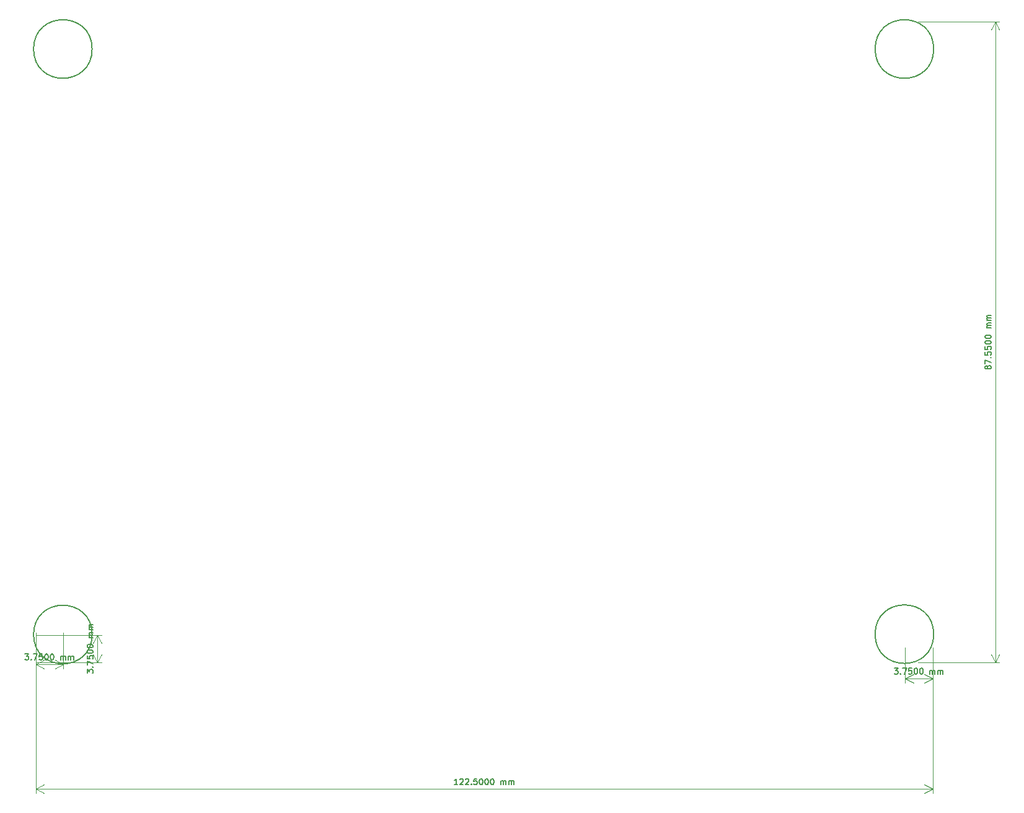
<source format=gbr>
%TF.GenerationSoftware,KiCad,Pcbnew,7.0.5-7.0.5~ubuntu20.04.1*%
%TF.CreationDate,2023-06-23T08:30:10+02:00*%
%TF.ProjectId,ControllerCircuit,436f6e74-726f-46c6-9c65-724369726375,rev?*%
%TF.SameCoordinates,Original*%
%TF.FileFunction,Other,Comment*%
%FSLAX46Y46*%
G04 Gerber Fmt 4.6, Leading zero omitted, Abs format (unit mm)*
G04 Created by KiCad (PCBNEW 7.0.5-7.0.5~ubuntu20.04.1) date 2023-06-23 08:30:10*
%MOMM*%
%LPD*%
G01*
G04 APERTURE LIST*
%ADD10C,0.150000*%
%ADD11C,0.120000*%
G04 APERTURE END LIST*
D10*
X117272618Y-812295D02*
X117767856Y-812295D01*
X117767856Y-812295D02*
X117501190Y-1117057D01*
X117501190Y-1117057D02*
X117615475Y-1117057D01*
X117615475Y-1117057D02*
X117691666Y-1155152D01*
X117691666Y-1155152D02*
X117729761Y-1193247D01*
X117729761Y-1193247D02*
X117767856Y-1269438D01*
X117767856Y-1269438D02*
X117767856Y-1459914D01*
X117767856Y-1459914D02*
X117729761Y-1536104D01*
X117729761Y-1536104D02*
X117691666Y-1574200D01*
X117691666Y-1574200D02*
X117615475Y-1612295D01*
X117615475Y-1612295D02*
X117386904Y-1612295D01*
X117386904Y-1612295D02*
X117310713Y-1574200D01*
X117310713Y-1574200D02*
X117272618Y-1536104D01*
X118110714Y-1536104D02*
X118148809Y-1574200D01*
X118148809Y-1574200D02*
X118110714Y-1612295D01*
X118110714Y-1612295D02*
X118072618Y-1574200D01*
X118072618Y-1574200D02*
X118110714Y-1536104D01*
X118110714Y-1536104D02*
X118110714Y-1612295D01*
X118415475Y-812295D02*
X118948809Y-812295D01*
X118948809Y-812295D02*
X118605951Y-1612295D01*
X119634523Y-812295D02*
X119253571Y-812295D01*
X119253571Y-812295D02*
X119215475Y-1193247D01*
X119215475Y-1193247D02*
X119253571Y-1155152D01*
X119253571Y-1155152D02*
X119329761Y-1117057D01*
X119329761Y-1117057D02*
X119520237Y-1117057D01*
X119520237Y-1117057D02*
X119596428Y-1155152D01*
X119596428Y-1155152D02*
X119634523Y-1193247D01*
X119634523Y-1193247D02*
X119672618Y-1269438D01*
X119672618Y-1269438D02*
X119672618Y-1459914D01*
X119672618Y-1459914D02*
X119634523Y-1536104D01*
X119634523Y-1536104D02*
X119596428Y-1574200D01*
X119596428Y-1574200D02*
X119520237Y-1612295D01*
X119520237Y-1612295D02*
X119329761Y-1612295D01*
X119329761Y-1612295D02*
X119253571Y-1574200D01*
X119253571Y-1574200D02*
X119215475Y-1536104D01*
X120167857Y-812295D02*
X120244047Y-812295D01*
X120244047Y-812295D02*
X120320238Y-850390D01*
X120320238Y-850390D02*
X120358333Y-888485D01*
X120358333Y-888485D02*
X120396428Y-964676D01*
X120396428Y-964676D02*
X120434523Y-1117057D01*
X120434523Y-1117057D02*
X120434523Y-1307533D01*
X120434523Y-1307533D02*
X120396428Y-1459914D01*
X120396428Y-1459914D02*
X120358333Y-1536104D01*
X120358333Y-1536104D02*
X120320238Y-1574200D01*
X120320238Y-1574200D02*
X120244047Y-1612295D01*
X120244047Y-1612295D02*
X120167857Y-1612295D01*
X120167857Y-1612295D02*
X120091666Y-1574200D01*
X120091666Y-1574200D02*
X120053571Y-1536104D01*
X120053571Y-1536104D02*
X120015476Y-1459914D01*
X120015476Y-1459914D02*
X119977380Y-1307533D01*
X119977380Y-1307533D02*
X119977380Y-1117057D01*
X119977380Y-1117057D02*
X120015476Y-964676D01*
X120015476Y-964676D02*
X120053571Y-888485D01*
X120053571Y-888485D02*
X120091666Y-850390D01*
X120091666Y-850390D02*
X120167857Y-812295D01*
X120929762Y-812295D02*
X121005952Y-812295D01*
X121005952Y-812295D02*
X121082143Y-850390D01*
X121082143Y-850390D02*
X121120238Y-888485D01*
X121120238Y-888485D02*
X121158333Y-964676D01*
X121158333Y-964676D02*
X121196428Y-1117057D01*
X121196428Y-1117057D02*
X121196428Y-1307533D01*
X121196428Y-1307533D02*
X121158333Y-1459914D01*
X121158333Y-1459914D02*
X121120238Y-1536104D01*
X121120238Y-1536104D02*
X121082143Y-1574200D01*
X121082143Y-1574200D02*
X121005952Y-1612295D01*
X121005952Y-1612295D02*
X120929762Y-1612295D01*
X120929762Y-1612295D02*
X120853571Y-1574200D01*
X120853571Y-1574200D02*
X120815476Y-1536104D01*
X120815476Y-1536104D02*
X120777381Y-1459914D01*
X120777381Y-1459914D02*
X120739285Y-1307533D01*
X120739285Y-1307533D02*
X120739285Y-1117057D01*
X120739285Y-1117057D02*
X120777381Y-964676D01*
X120777381Y-964676D02*
X120815476Y-888485D01*
X120815476Y-888485D02*
X120853571Y-850390D01*
X120853571Y-850390D02*
X120929762Y-812295D01*
X122148810Y-1612295D02*
X122148810Y-1078961D01*
X122148810Y-1155152D02*
X122186905Y-1117057D01*
X122186905Y-1117057D02*
X122263095Y-1078961D01*
X122263095Y-1078961D02*
X122377381Y-1078961D01*
X122377381Y-1078961D02*
X122453572Y-1117057D01*
X122453572Y-1117057D02*
X122491667Y-1193247D01*
X122491667Y-1193247D02*
X122491667Y-1612295D01*
X122491667Y-1193247D02*
X122529762Y-1117057D01*
X122529762Y-1117057D02*
X122605953Y-1078961D01*
X122605953Y-1078961D02*
X122720238Y-1078961D01*
X122720238Y-1078961D02*
X122796429Y-1117057D01*
X122796429Y-1117057D02*
X122834524Y-1193247D01*
X122834524Y-1193247D02*
X122834524Y-1612295D01*
X123215477Y-1612295D02*
X123215477Y-1078961D01*
X123215477Y-1155152D02*
X123253572Y-1117057D01*
X123253572Y-1117057D02*
X123329762Y-1078961D01*
X123329762Y-1078961D02*
X123444048Y-1078961D01*
X123444048Y-1078961D02*
X123520239Y-1117057D01*
X123520239Y-1117057D02*
X123558334Y-1193247D01*
X123558334Y-1193247D02*
X123558334Y-1612295D01*
X123558334Y-1193247D02*
X123596429Y-1117057D01*
X123596429Y-1117057D02*
X123672620Y-1078961D01*
X123672620Y-1078961D02*
X123786905Y-1078961D01*
X123786905Y-1078961D02*
X123863096Y-1117057D01*
X123863096Y-1117057D02*
X123901191Y-1193247D01*
X123901191Y-1193247D02*
X123901191Y-1612295D01*
D11*
X118750000Y2000000D02*
X118750000Y-2786420D01*
X122500000Y2000000D02*
X122500000Y-2786420D01*
X118750000Y-2200000D02*
X122500000Y-2200000D01*
X118750000Y-2200000D02*
X122500000Y-2200000D01*
X118750000Y-2200000D02*
X119876504Y-1613579D01*
X118750000Y-2200000D02*
X119876504Y-2786421D01*
X122500000Y-2200000D02*
X121373496Y-2786421D01*
X122500000Y-2200000D02*
X121373496Y-1613579D01*
D10*
X130005152Y40232142D02*
X129967057Y40155952D01*
X129967057Y40155952D02*
X129928961Y40117857D01*
X129928961Y40117857D02*
X129852771Y40079761D01*
X129852771Y40079761D02*
X129814676Y40079761D01*
X129814676Y40079761D02*
X129738485Y40117857D01*
X129738485Y40117857D02*
X129700390Y40155952D01*
X129700390Y40155952D02*
X129662295Y40232142D01*
X129662295Y40232142D02*
X129662295Y40384523D01*
X129662295Y40384523D02*
X129700390Y40460714D01*
X129700390Y40460714D02*
X129738485Y40498809D01*
X129738485Y40498809D02*
X129814676Y40536904D01*
X129814676Y40536904D02*
X129852771Y40536904D01*
X129852771Y40536904D02*
X129928961Y40498809D01*
X129928961Y40498809D02*
X129967057Y40460714D01*
X129967057Y40460714D02*
X130005152Y40384523D01*
X130005152Y40384523D02*
X130005152Y40232142D01*
X130005152Y40232142D02*
X130043247Y40155952D01*
X130043247Y40155952D02*
X130081342Y40117857D01*
X130081342Y40117857D02*
X130157533Y40079761D01*
X130157533Y40079761D02*
X130309914Y40079761D01*
X130309914Y40079761D02*
X130386104Y40117857D01*
X130386104Y40117857D02*
X130424200Y40155952D01*
X130424200Y40155952D02*
X130462295Y40232142D01*
X130462295Y40232142D02*
X130462295Y40384523D01*
X130462295Y40384523D02*
X130424200Y40460714D01*
X130424200Y40460714D02*
X130386104Y40498809D01*
X130386104Y40498809D02*
X130309914Y40536904D01*
X130309914Y40536904D02*
X130157533Y40536904D01*
X130157533Y40536904D02*
X130081342Y40498809D01*
X130081342Y40498809D02*
X130043247Y40460714D01*
X130043247Y40460714D02*
X130005152Y40384523D01*
X129662295Y40803571D02*
X129662295Y41336905D01*
X129662295Y41336905D02*
X130462295Y40994047D01*
X130386104Y41641667D02*
X130424200Y41679762D01*
X130424200Y41679762D02*
X130462295Y41641667D01*
X130462295Y41641667D02*
X130424200Y41603571D01*
X130424200Y41603571D02*
X130386104Y41641667D01*
X130386104Y41641667D02*
X130462295Y41641667D01*
X129662295Y42403571D02*
X129662295Y42022619D01*
X129662295Y42022619D02*
X130043247Y41984523D01*
X130043247Y41984523D02*
X130005152Y42022619D01*
X130005152Y42022619D02*
X129967057Y42098809D01*
X129967057Y42098809D02*
X129967057Y42289285D01*
X129967057Y42289285D02*
X130005152Y42365476D01*
X130005152Y42365476D02*
X130043247Y42403571D01*
X130043247Y42403571D02*
X130119438Y42441666D01*
X130119438Y42441666D02*
X130309914Y42441666D01*
X130309914Y42441666D02*
X130386104Y42403571D01*
X130386104Y42403571D02*
X130424200Y42365476D01*
X130424200Y42365476D02*
X130462295Y42289285D01*
X130462295Y42289285D02*
X130462295Y42098809D01*
X130462295Y42098809D02*
X130424200Y42022619D01*
X130424200Y42022619D02*
X130386104Y41984523D01*
X129662295Y43165476D02*
X129662295Y42784524D01*
X129662295Y42784524D02*
X130043247Y42746428D01*
X130043247Y42746428D02*
X130005152Y42784524D01*
X130005152Y42784524D02*
X129967057Y42860714D01*
X129967057Y42860714D02*
X129967057Y43051190D01*
X129967057Y43051190D02*
X130005152Y43127381D01*
X130005152Y43127381D02*
X130043247Y43165476D01*
X130043247Y43165476D02*
X130119438Y43203571D01*
X130119438Y43203571D02*
X130309914Y43203571D01*
X130309914Y43203571D02*
X130386104Y43165476D01*
X130386104Y43165476D02*
X130424200Y43127381D01*
X130424200Y43127381D02*
X130462295Y43051190D01*
X130462295Y43051190D02*
X130462295Y42860714D01*
X130462295Y42860714D02*
X130424200Y42784524D01*
X130424200Y42784524D02*
X130386104Y42746428D01*
X129662295Y43698810D02*
X129662295Y43775000D01*
X129662295Y43775000D02*
X129700390Y43851191D01*
X129700390Y43851191D02*
X129738485Y43889286D01*
X129738485Y43889286D02*
X129814676Y43927381D01*
X129814676Y43927381D02*
X129967057Y43965476D01*
X129967057Y43965476D02*
X130157533Y43965476D01*
X130157533Y43965476D02*
X130309914Y43927381D01*
X130309914Y43927381D02*
X130386104Y43889286D01*
X130386104Y43889286D02*
X130424200Y43851191D01*
X130424200Y43851191D02*
X130462295Y43775000D01*
X130462295Y43775000D02*
X130462295Y43698810D01*
X130462295Y43698810D02*
X130424200Y43622619D01*
X130424200Y43622619D02*
X130386104Y43584524D01*
X130386104Y43584524D02*
X130309914Y43546429D01*
X130309914Y43546429D02*
X130157533Y43508333D01*
X130157533Y43508333D02*
X129967057Y43508333D01*
X129967057Y43508333D02*
X129814676Y43546429D01*
X129814676Y43546429D02*
X129738485Y43584524D01*
X129738485Y43584524D02*
X129700390Y43622619D01*
X129700390Y43622619D02*
X129662295Y43698810D01*
X129662295Y44460715D02*
X129662295Y44536905D01*
X129662295Y44536905D02*
X129700390Y44613096D01*
X129700390Y44613096D02*
X129738485Y44651191D01*
X129738485Y44651191D02*
X129814676Y44689286D01*
X129814676Y44689286D02*
X129967057Y44727381D01*
X129967057Y44727381D02*
X130157533Y44727381D01*
X130157533Y44727381D02*
X130309914Y44689286D01*
X130309914Y44689286D02*
X130386104Y44651191D01*
X130386104Y44651191D02*
X130424200Y44613096D01*
X130424200Y44613096D02*
X130462295Y44536905D01*
X130462295Y44536905D02*
X130462295Y44460715D01*
X130462295Y44460715D02*
X130424200Y44384524D01*
X130424200Y44384524D02*
X130386104Y44346429D01*
X130386104Y44346429D02*
X130309914Y44308334D01*
X130309914Y44308334D02*
X130157533Y44270238D01*
X130157533Y44270238D02*
X129967057Y44270238D01*
X129967057Y44270238D02*
X129814676Y44308334D01*
X129814676Y44308334D02*
X129738485Y44346429D01*
X129738485Y44346429D02*
X129700390Y44384524D01*
X129700390Y44384524D02*
X129662295Y44460715D01*
X130462295Y45679763D02*
X129928961Y45679763D01*
X130005152Y45679763D02*
X129967057Y45717858D01*
X129967057Y45717858D02*
X129928961Y45794048D01*
X129928961Y45794048D02*
X129928961Y45908334D01*
X129928961Y45908334D02*
X129967057Y45984525D01*
X129967057Y45984525D02*
X130043247Y46022620D01*
X130043247Y46022620D02*
X130462295Y46022620D01*
X130043247Y46022620D02*
X129967057Y46060715D01*
X129967057Y46060715D02*
X129928961Y46136906D01*
X129928961Y46136906D02*
X129928961Y46251191D01*
X129928961Y46251191D02*
X129967057Y46327382D01*
X129967057Y46327382D02*
X130043247Y46365477D01*
X130043247Y46365477D02*
X130462295Y46365477D01*
X130462295Y46746430D02*
X129928961Y46746430D01*
X130005152Y46746430D02*
X129967057Y46784525D01*
X129967057Y46784525D02*
X129928961Y46860715D01*
X129928961Y46860715D02*
X129928961Y46975001D01*
X129928961Y46975001D02*
X129967057Y47051192D01*
X129967057Y47051192D02*
X130043247Y47089287D01*
X130043247Y47089287D02*
X130462295Y47089287D01*
X130043247Y47089287D02*
X129967057Y47127382D01*
X129967057Y47127382D02*
X129928961Y47203573D01*
X129928961Y47203573D02*
X129928961Y47317858D01*
X129928961Y47317858D02*
X129967057Y47394049D01*
X129967057Y47394049D02*
X130043247Y47432144D01*
X130043247Y47432144D02*
X130462295Y47432144D01*
D11*
X120500000Y87550000D02*
X131636420Y87550000D01*
X120500000Y0D02*
X131636420Y0D01*
X131050000Y87550000D02*
X131050000Y0D01*
X131050000Y87550000D02*
X131050000Y0D01*
X131050000Y87550000D02*
X131636421Y86423496D01*
X131050000Y87550000D02*
X130463579Y86423496D01*
X131050000Y0D02*
X130463579Y1126504D01*
X131050000Y0D02*
X131636421Y1126504D01*
D10*
X-1477382Y1137705D02*
X-982144Y1137705D01*
X-982144Y1137705D02*
X-1248810Y832943D01*
X-1248810Y832943D02*
X-1134525Y832943D01*
X-1134525Y832943D02*
X-1058334Y794848D01*
X-1058334Y794848D02*
X-1020239Y756753D01*
X-1020239Y756753D02*
X-982144Y680562D01*
X-982144Y680562D02*
X-982144Y490086D01*
X-982144Y490086D02*
X-1020239Y413896D01*
X-1020239Y413896D02*
X-1058334Y375800D01*
X-1058334Y375800D02*
X-1134525Y337705D01*
X-1134525Y337705D02*
X-1363096Y337705D01*
X-1363096Y337705D02*
X-1439287Y375800D01*
X-1439287Y375800D02*
X-1477382Y413896D01*
X-639286Y413896D02*
X-601191Y375800D01*
X-601191Y375800D02*
X-639286Y337705D01*
X-639286Y337705D02*
X-677382Y375800D01*
X-677382Y375800D02*
X-639286Y413896D01*
X-639286Y413896D02*
X-639286Y337705D01*
X-334525Y1137705D02*
X198809Y1137705D01*
X198809Y1137705D02*
X-144049Y337705D01*
X884523Y1137705D02*
X503571Y1137705D01*
X503571Y1137705D02*
X465475Y756753D01*
X465475Y756753D02*
X503571Y794848D01*
X503571Y794848D02*
X579761Y832943D01*
X579761Y832943D02*
X770237Y832943D01*
X770237Y832943D02*
X846428Y794848D01*
X846428Y794848D02*
X884523Y756753D01*
X884523Y756753D02*
X922618Y680562D01*
X922618Y680562D02*
X922618Y490086D01*
X922618Y490086D02*
X884523Y413896D01*
X884523Y413896D02*
X846428Y375800D01*
X846428Y375800D02*
X770237Y337705D01*
X770237Y337705D02*
X579761Y337705D01*
X579761Y337705D02*
X503571Y375800D01*
X503571Y375800D02*
X465475Y413896D01*
X1417857Y1137705D02*
X1494047Y1137705D01*
X1494047Y1137705D02*
X1570238Y1099610D01*
X1570238Y1099610D02*
X1608333Y1061515D01*
X1608333Y1061515D02*
X1646428Y985324D01*
X1646428Y985324D02*
X1684523Y832943D01*
X1684523Y832943D02*
X1684523Y642467D01*
X1684523Y642467D02*
X1646428Y490086D01*
X1646428Y490086D02*
X1608333Y413896D01*
X1608333Y413896D02*
X1570238Y375800D01*
X1570238Y375800D02*
X1494047Y337705D01*
X1494047Y337705D02*
X1417857Y337705D01*
X1417857Y337705D02*
X1341666Y375800D01*
X1341666Y375800D02*
X1303571Y413896D01*
X1303571Y413896D02*
X1265476Y490086D01*
X1265476Y490086D02*
X1227380Y642467D01*
X1227380Y642467D02*
X1227380Y832943D01*
X1227380Y832943D02*
X1265476Y985324D01*
X1265476Y985324D02*
X1303571Y1061515D01*
X1303571Y1061515D02*
X1341666Y1099610D01*
X1341666Y1099610D02*
X1417857Y1137705D01*
X2179762Y1137705D02*
X2255952Y1137705D01*
X2255952Y1137705D02*
X2332143Y1099610D01*
X2332143Y1099610D02*
X2370238Y1061515D01*
X2370238Y1061515D02*
X2408333Y985324D01*
X2408333Y985324D02*
X2446428Y832943D01*
X2446428Y832943D02*
X2446428Y642467D01*
X2446428Y642467D02*
X2408333Y490086D01*
X2408333Y490086D02*
X2370238Y413896D01*
X2370238Y413896D02*
X2332143Y375800D01*
X2332143Y375800D02*
X2255952Y337705D01*
X2255952Y337705D02*
X2179762Y337705D01*
X2179762Y337705D02*
X2103571Y375800D01*
X2103571Y375800D02*
X2065476Y413896D01*
X2065476Y413896D02*
X2027381Y490086D01*
X2027381Y490086D02*
X1989285Y642467D01*
X1989285Y642467D02*
X1989285Y832943D01*
X1989285Y832943D02*
X2027381Y985324D01*
X2027381Y985324D02*
X2065476Y1061515D01*
X2065476Y1061515D02*
X2103571Y1099610D01*
X2103571Y1099610D02*
X2179762Y1137705D01*
X3398810Y337705D02*
X3398810Y871039D01*
X3398810Y794848D02*
X3436905Y832943D01*
X3436905Y832943D02*
X3513095Y871039D01*
X3513095Y871039D02*
X3627381Y871039D01*
X3627381Y871039D02*
X3703572Y832943D01*
X3703572Y832943D02*
X3741667Y756753D01*
X3741667Y756753D02*
X3741667Y337705D01*
X3741667Y756753D02*
X3779762Y832943D01*
X3779762Y832943D02*
X3855953Y871039D01*
X3855953Y871039D02*
X3970238Y871039D01*
X3970238Y871039D02*
X4046429Y832943D01*
X4046429Y832943D02*
X4084524Y756753D01*
X4084524Y756753D02*
X4084524Y337705D01*
X4465477Y337705D02*
X4465477Y871039D01*
X4465477Y794848D02*
X4503572Y832943D01*
X4503572Y832943D02*
X4579762Y871039D01*
X4579762Y871039D02*
X4694048Y871039D01*
X4694048Y871039D02*
X4770239Y832943D01*
X4770239Y832943D02*
X4808334Y756753D01*
X4808334Y756753D02*
X4808334Y337705D01*
X4808334Y756753D02*
X4846429Y832943D01*
X4846429Y832943D02*
X4922620Y871039D01*
X4922620Y871039D02*
X5036905Y871039D01*
X5036905Y871039D02*
X5113096Y832943D01*
X5113096Y832943D02*
X5151191Y756753D01*
X5151191Y756753D02*
X5151191Y337705D01*
D11*
X3750000Y4059291D02*
X3750000Y-836420D01*
X0Y4059291D02*
X0Y-836420D01*
X3750000Y-250000D02*
X0Y-250000D01*
X3750000Y-250000D02*
X0Y-250000D01*
X3750000Y-250000D02*
X2623496Y-836421D01*
X3750000Y-250000D02*
X2623496Y336421D01*
X0Y-250000D02*
X1126504Y336421D01*
X0Y-250000D02*
X1126504Y-836421D01*
D10*
X57630951Y-16706465D02*
X57173808Y-16706465D01*
X57402380Y-16706465D02*
X57402380Y-15906465D01*
X57402380Y-15906465D02*
X57326189Y-16020750D01*
X57326189Y-16020750D02*
X57249999Y-16096941D01*
X57249999Y-16096941D02*
X57173808Y-16135036D01*
X57935713Y-15982655D02*
X57973809Y-15944560D01*
X57973809Y-15944560D02*
X58049999Y-15906465D01*
X58049999Y-15906465D02*
X58240475Y-15906465D01*
X58240475Y-15906465D02*
X58316666Y-15944560D01*
X58316666Y-15944560D02*
X58354761Y-15982655D01*
X58354761Y-15982655D02*
X58392856Y-16058846D01*
X58392856Y-16058846D02*
X58392856Y-16135036D01*
X58392856Y-16135036D02*
X58354761Y-16249322D01*
X58354761Y-16249322D02*
X57897618Y-16706465D01*
X57897618Y-16706465D02*
X58392856Y-16706465D01*
X58697618Y-15982655D02*
X58735714Y-15944560D01*
X58735714Y-15944560D02*
X58811904Y-15906465D01*
X58811904Y-15906465D02*
X59002380Y-15906465D01*
X59002380Y-15906465D02*
X59078571Y-15944560D01*
X59078571Y-15944560D02*
X59116666Y-15982655D01*
X59116666Y-15982655D02*
X59154761Y-16058846D01*
X59154761Y-16058846D02*
X59154761Y-16135036D01*
X59154761Y-16135036D02*
X59116666Y-16249322D01*
X59116666Y-16249322D02*
X58659523Y-16706465D01*
X58659523Y-16706465D02*
X59154761Y-16706465D01*
X59497619Y-16630274D02*
X59535714Y-16668370D01*
X59535714Y-16668370D02*
X59497619Y-16706465D01*
X59497619Y-16706465D02*
X59459523Y-16668370D01*
X59459523Y-16668370D02*
X59497619Y-16630274D01*
X59497619Y-16630274D02*
X59497619Y-16706465D01*
X60259523Y-15906465D02*
X59878571Y-15906465D01*
X59878571Y-15906465D02*
X59840475Y-16287417D01*
X59840475Y-16287417D02*
X59878571Y-16249322D01*
X59878571Y-16249322D02*
X59954761Y-16211227D01*
X59954761Y-16211227D02*
X60145237Y-16211227D01*
X60145237Y-16211227D02*
X60221428Y-16249322D01*
X60221428Y-16249322D02*
X60259523Y-16287417D01*
X60259523Y-16287417D02*
X60297618Y-16363608D01*
X60297618Y-16363608D02*
X60297618Y-16554084D01*
X60297618Y-16554084D02*
X60259523Y-16630274D01*
X60259523Y-16630274D02*
X60221428Y-16668370D01*
X60221428Y-16668370D02*
X60145237Y-16706465D01*
X60145237Y-16706465D02*
X59954761Y-16706465D01*
X59954761Y-16706465D02*
X59878571Y-16668370D01*
X59878571Y-16668370D02*
X59840475Y-16630274D01*
X60792857Y-15906465D02*
X60869047Y-15906465D01*
X60869047Y-15906465D02*
X60945238Y-15944560D01*
X60945238Y-15944560D02*
X60983333Y-15982655D01*
X60983333Y-15982655D02*
X61021428Y-16058846D01*
X61021428Y-16058846D02*
X61059523Y-16211227D01*
X61059523Y-16211227D02*
X61059523Y-16401703D01*
X61059523Y-16401703D02*
X61021428Y-16554084D01*
X61021428Y-16554084D02*
X60983333Y-16630274D01*
X60983333Y-16630274D02*
X60945238Y-16668370D01*
X60945238Y-16668370D02*
X60869047Y-16706465D01*
X60869047Y-16706465D02*
X60792857Y-16706465D01*
X60792857Y-16706465D02*
X60716666Y-16668370D01*
X60716666Y-16668370D02*
X60678571Y-16630274D01*
X60678571Y-16630274D02*
X60640476Y-16554084D01*
X60640476Y-16554084D02*
X60602380Y-16401703D01*
X60602380Y-16401703D02*
X60602380Y-16211227D01*
X60602380Y-16211227D02*
X60640476Y-16058846D01*
X60640476Y-16058846D02*
X60678571Y-15982655D01*
X60678571Y-15982655D02*
X60716666Y-15944560D01*
X60716666Y-15944560D02*
X60792857Y-15906465D01*
X61554762Y-15906465D02*
X61630952Y-15906465D01*
X61630952Y-15906465D02*
X61707143Y-15944560D01*
X61707143Y-15944560D02*
X61745238Y-15982655D01*
X61745238Y-15982655D02*
X61783333Y-16058846D01*
X61783333Y-16058846D02*
X61821428Y-16211227D01*
X61821428Y-16211227D02*
X61821428Y-16401703D01*
X61821428Y-16401703D02*
X61783333Y-16554084D01*
X61783333Y-16554084D02*
X61745238Y-16630274D01*
X61745238Y-16630274D02*
X61707143Y-16668370D01*
X61707143Y-16668370D02*
X61630952Y-16706465D01*
X61630952Y-16706465D02*
X61554762Y-16706465D01*
X61554762Y-16706465D02*
X61478571Y-16668370D01*
X61478571Y-16668370D02*
X61440476Y-16630274D01*
X61440476Y-16630274D02*
X61402381Y-16554084D01*
X61402381Y-16554084D02*
X61364285Y-16401703D01*
X61364285Y-16401703D02*
X61364285Y-16211227D01*
X61364285Y-16211227D02*
X61402381Y-16058846D01*
X61402381Y-16058846D02*
X61440476Y-15982655D01*
X61440476Y-15982655D02*
X61478571Y-15944560D01*
X61478571Y-15944560D02*
X61554762Y-15906465D01*
X62316667Y-15906465D02*
X62392857Y-15906465D01*
X62392857Y-15906465D02*
X62469048Y-15944560D01*
X62469048Y-15944560D02*
X62507143Y-15982655D01*
X62507143Y-15982655D02*
X62545238Y-16058846D01*
X62545238Y-16058846D02*
X62583333Y-16211227D01*
X62583333Y-16211227D02*
X62583333Y-16401703D01*
X62583333Y-16401703D02*
X62545238Y-16554084D01*
X62545238Y-16554084D02*
X62507143Y-16630274D01*
X62507143Y-16630274D02*
X62469048Y-16668370D01*
X62469048Y-16668370D02*
X62392857Y-16706465D01*
X62392857Y-16706465D02*
X62316667Y-16706465D01*
X62316667Y-16706465D02*
X62240476Y-16668370D01*
X62240476Y-16668370D02*
X62202381Y-16630274D01*
X62202381Y-16630274D02*
X62164286Y-16554084D01*
X62164286Y-16554084D02*
X62126190Y-16401703D01*
X62126190Y-16401703D02*
X62126190Y-16211227D01*
X62126190Y-16211227D02*
X62164286Y-16058846D01*
X62164286Y-16058846D02*
X62202381Y-15982655D01*
X62202381Y-15982655D02*
X62240476Y-15944560D01*
X62240476Y-15944560D02*
X62316667Y-15906465D01*
X63535715Y-16706465D02*
X63535715Y-16173131D01*
X63535715Y-16249322D02*
X63573810Y-16211227D01*
X63573810Y-16211227D02*
X63650000Y-16173131D01*
X63650000Y-16173131D02*
X63764286Y-16173131D01*
X63764286Y-16173131D02*
X63840477Y-16211227D01*
X63840477Y-16211227D02*
X63878572Y-16287417D01*
X63878572Y-16287417D02*
X63878572Y-16706465D01*
X63878572Y-16287417D02*
X63916667Y-16211227D01*
X63916667Y-16211227D02*
X63992858Y-16173131D01*
X63992858Y-16173131D02*
X64107143Y-16173131D01*
X64107143Y-16173131D02*
X64183334Y-16211227D01*
X64183334Y-16211227D02*
X64221429Y-16287417D01*
X64221429Y-16287417D02*
X64221429Y-16706465D01*
X64602382Y-16706465D02*
X64602382Y-16173131D01*
X64602382Y-16249322D02*
X64640477Y-16211227D01*
X64640477Y-16211227D02*
X64716667Y-16173131D01*
X64716667Y-16173131D02*
X64830953Y-16173131D01*
X64830953Y-16173131D02*
X64907144Y-16211227D01*
X64907144Y-16211227D02*
X64945239Y-16287417D01*
X64945239Y-16287417D02*
X64945239Y-16706465D01*
X64945239Y-16287417D02*
X64983334Y-16211227D01*
X64983334Y-16211227D02*
X65059525Y-16173131D01*
X65059525Y-16173131D02*
X65173810Y-16173131D01*
X65173810Y-16173131D02*
X65250001Y-16211227D01*
X65250001Y-16211227D02*
X65288096Y-16287417D01*
X65288096Y-16287417D02*
X65288096Y-16706465D01*
D11*
X122500000Y2000000D02*
X122500000Y-17880590D01*
X0Y2000000D02*
X0Y-17880590D01*
X122500000Y-17294170D02*
X0Y-17294170D01*
X122500000Y-17294170D02*
X0Y-17294170D01*
X122500000Y-17294170D02*
X121373496Y-17880591D01*
X122500000Y-17294170D02*
X121373496Y-16707749D01*
X0Y-17294170D02*
X1126504Y-16707749D01*
X0Y-17294170D02*
X1126504Y-17880591D01*
D10*
X7012295Y-1477381D02*
X7012295Y-982143D01*
X7012295Y-982143D02*
X7317057Y-1248809D01*
X7317057Y-1248809D02*
X7317057Y-1134524D01*
X7317057Y-1134524D02*
X7355152Y-1058333D01*
X7355152Y-1058333D02*
X7393247Y-1020238D01*
X7393247Y-1020238D02*
X7469438Y-982143D01*
X7469438Y-982143D02*
X7659914Y-982143D01*
X7659914Y-982143D02*
X7736104Y-1020238D01*
X7736104Y-1020238D02*
X7774200Y-1058333D01*
X7774200Y-1058333D02*
X7812295Y-1134524D01*
X7812295Y-1134524D02*
X7812295Y-1363095D01*
X7812295Y-1363095D02*
X7774200Y-1439286D01*
X7774200Y-1439286D02*
X7736104Y-1477381D01*
X7736104Y-639285D02*
X7774200Y-601190D01*
X7774200Y-601190D02*
X7812295Y-639285D01*
X7812295Y-639285D02*
X7774200Y-677381D01*
X7774200Y-677381D02*
X7736104Y-639285D01*
X7736104Y-639285D02*
X7812295Y-639285D01*
X7012295Y-334524D02*
X7012295Y198810D01*
X7012295Y198810D02*
X7812295Y-144048D01*
X7012295Y884524D02*
X7012295Y503572D01*
X7012295Y503572D02*
X7393247Y465476D01*
X7393247Y465476D02*
X7355152Y503572D01*
X7355152Y503572D02*
X7317057Y579762D01*
X7317057Y579762D02*
X7317057Y770238D01*
X7317057Y770238D02*
X7355152Y846429D01*
X7355152Y846429D02*
X7393247Y884524D01*
X7393247Y884524D02*
X7469438Y922619D01*
X7469438Y922619D02*
X7659914Y922619D01*
X7659914Y922619D02*
X7736104Y884524D01*
X7736104Y884524D02*
X7774200Y846429D01*
X7774200Y846429D02*
X7812295Y770238D01*
X7812295Y770238D02*
X7812295Y579762D01*
X7812295Y579762D02*
X7774200Y503572D01*
X7774200Y503572D02*
X7736104Y465476D01*
X7012295Y1417858D02*
X7012295Y1494048D01*
X7012295Y1494048D02*
X7050390Y1570239D01*
X7050390Y1570239D02*
X7088485Y1608334D01*
X7088485Y1608334D02*
X7164676Y1646429D01*
X7164676Y1646429D02*
X7317057Y1684524D01*
X7317057Y1684524D02*
X7507533Y1684524D01*
X7507533Y1684524D02*
X7659914Y1646429D01*
X7659914Y1646429D02*
X7736104Y1608334D01*
X7736104Y1608334D02*
X7774200Y1570239D01*
X7774200Y1570239D02*
X7812295Y1494048D01*
X7812295Y1494048D02*
X7812295Y1417858D01*
X7812295Y1417858D02*
X7774200Y1341667D01*
X7774200Y1341667D02*
X7736104Y1303572D01*
X7736104Y1303572D02*
X7659914Y1265477D01*
X7659914Y1265477D02*
X7507533Y1227381D01*
X7507533Y1227381D02*
X7317057Y1227381D01*
X7317057Y1227381D02*
X7164676Y1265477D01*
X7164676Y1265477D02*
X7088485Y1303572D01*
X7088485Y1303572D02*
X7050390Y1341667D01*
X7050390Y1341667D02*
X7012295Y1417858D01*
X7012295Y2179763D02*
X7012295Y2255953D01*
X7012295Y2255953D02*
X7050390Y2332144D01*
X7050390Y2332144D02*
X7088485Y2370239D01*
X7088485Y2370239D02*
X7164676Y2408334D01*
X7164676Y2408334D02*
X7317057Y2446429D01*
X7317057Y2446429D02*
X7507533Y2446429D01*
X7507533Y2446429D02*
X7659914Y2408334D01*
X7659914Y2408334D02*
X7736104Y2370239D01*
X7736104Y2370239D02*
X7774200Y2332144D01*
X7774200Y2332144D02*
X7812295Y2255953D01*
X7812295Y2255953D02*
X7812295Y2179763D01*
X7812295Y2179763D02*
X7774200Y2103572D01*
X7774200Y2103572D02*
X7736104Y2065477D01*
X7736104Y2065477D02*
X7659914Y2027382D01*
X7659914Y2027382D02*
X7507533Y1989286D01*
X7507533Y1989286D02*
X7317057Y1989286D01*
X7317057Y1989286D02*
X7164676Y2027382D01*
X7164676Y2027382D02*
X7088485Y2065477D01*
X7088485Y2065477D02*
X7050390Y2103572D01*
X7050390Y2103572D02*
X7012295Y2179763D01*
X7812295Y3398811D02*
X7278961Y3398811D01*
X7355152Y3398811D02*
X7317057Y3436906D01*
X7317057Y3436906D02*
X7278961Y3513096D01*
X7278961Y3513096D02*
X7278961Y3627382D01*
X7278961Y3627382D02*
X7317057Y3703573D01*
X7317057Y3703573D02*
X7393247Y3741668D01*
X7393247Y3741668D02*
X7812295Y3741668D01*
X7393247Y3741668D02*
X7317057Y3779763D01*
X7317057Y3779763D02*
X7278961Y3855954D01*
X7278961Y3855954D02*
X7278961Y3970239D01*
X7278961Y3970239D02*
X7317057Y4046430D01*
X7317057Y4046430D02*
X7393247Y4084525D01*
X7393247Y4084525D02*
X7812295Y4084525D01*
X7812295Y4465478D02*
X7278961Y4465478D01*
X7355152Y4465478D02*
X7317057Y4503573D01*
X7317057Y4503573D02*
X7278961Y4579763D01*
X7278961Y4579763D02*
X7278961Y4694049D01*
X7278961Y4694049D02*
X7317057Y4770240D01*
X7317057Y4770240D02*
X7393247Y4808335D01*
X7393247Y4808335D02*
X7812295Y4808335D01*
X7393247Y4808335D02*
X7317057Y4846430D01*
X7317057Y4846430D02*
X7278961Y4922621D01*
X7278961Y4922621D02*
X7278961Y5036906D01*
X7278961Y5036906D02*
X7317057Y5113097D01*
X7317057Y5113097D02*
X7393247Y5151192D01*
X7393247Y5151192D02*
X7812295Y5151192D01*
D11*
X0Y3750000D02*
X8986420Y3750000D01*
X0Y0D02*
X8986420Y0D01*
X8400000Y3750000D02*
X8400000Y0D01*
X8400000Y3750000D02*
X8400000Y0D01*
X8400000Y3750000D02*
X8986421Y2623496D01*
X8400000Y3750000D02*
X7813579Y2623496D01*
X8400000Y0D02*
X7813579Y1126504D01*
X8400000Y0D02*
X8986421Y1126504D01*
D10*
%TO.C,REF\u002A\u002A*%
X122650000Y83800000D02*
G75*
G03*
X122650000Y83800000I-4000000J0D01*
G01*
X122650000Y3850000D02*
G75*
G03*
X122650000Y3850000I-4000000J0D01*
G01*
X7700000Y83800000D02*
G75*
G03*
X7700000Y83800000I-4000000J0D01*
G01*
X7700000Y3800000D02*
G75*
G03*
X7700000Y3800000I-4000000J0D01*
G01*
%TD*%
M02*

</source>
